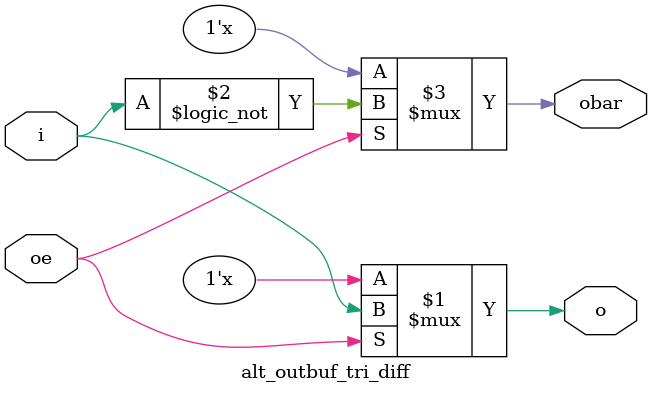
<source format=v>
module alt_outbuf_tri_diff (i, oe, o, obar);
    input i;
    input oe;
    output o;
    output obar;
    parameter io_standard = "NONE";
    parameter current_strength = "NONE";
    parameter current_strength_new = "NONE";
    parameter slew_rate = -1;
    parameter location = "NONE";
    parameter enable_bus_hold = "NONE";
    parameter weak_pull_up_resistor = "NONE"; 
    parameter termination = "NONE"; 
    parameter lpm_type = "alt_outbuf_tri_diff";
    bufif1 (o, i, oe);
    bufif1 (obar, !i, oe);
endmodule
</source>
